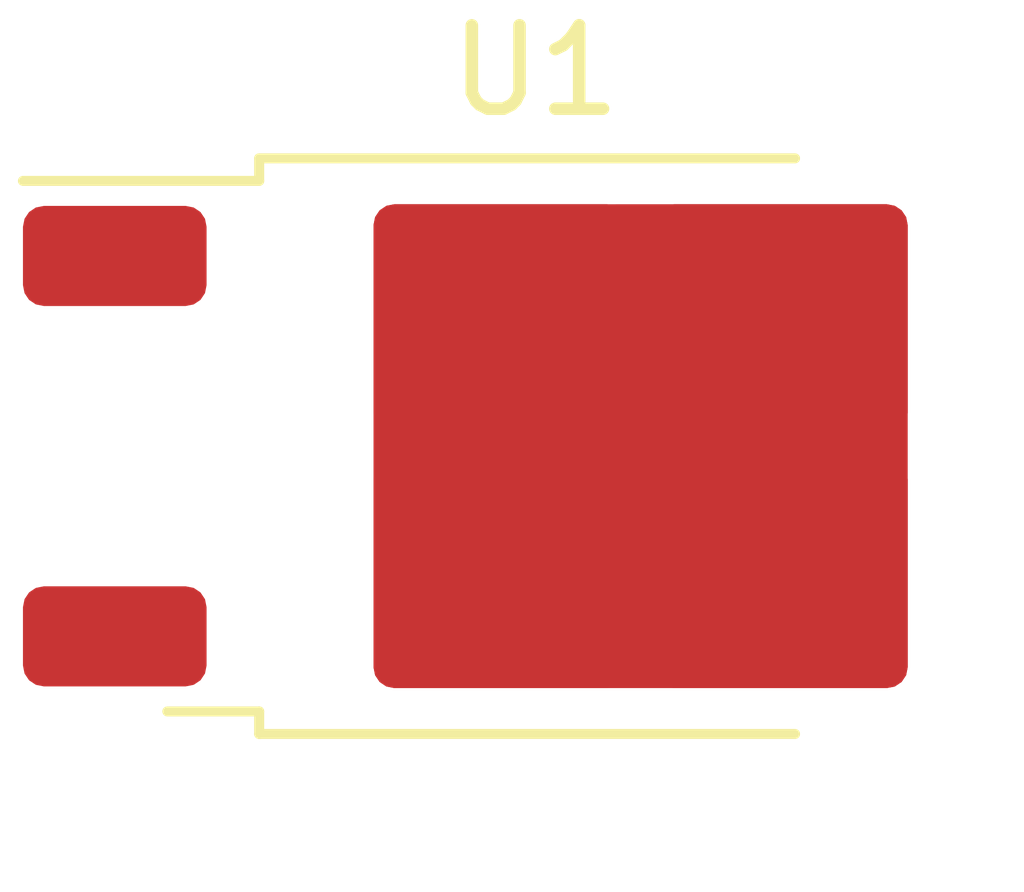
<source format=kicad_pcb>
(kicad_pcb (version 20221018) (generator pcbnew)
  (layers (0 "F.Cu" signal) (31 "B.Cu" signal) (34 "B.Paste" user) (35 "F.Paste" user) (36 "B.SilkS" user "B.Silkscreen") (37 "F.SilkS" user "F.Silkscreen") (38 "B.Mask" user) (39 "F.Mask" user) (44 "Edge.Cuts" user))
  (net 0 "")
  (footprint "Package_TO_SOT_SMD:TO-252-2" (layer "F.Cu") (at 121.525 91.185)
    (fp_text reference "U1" (at 0 -4.5) (layer "F.SilkS"))
    (fp_text value "LM317_TO-252")
    (fp_line (start -3.31 -3.45) (end -3.31 -3.18) (stroke (width 0.12)) (layer "F.SilkS"))
    (fp_line (start -3.31 -3.18) (end -6.14 -3.18) (stroke (width 0.12)) (layer "F.SilkS"))
    (fp_line (start -3.31 3.18) (end -4.41 3.18) (stroke (width 0.12)) (layer "F.SilkS"))
    (fp_line (start -3.31 3.45) (end -3.31 3.18) (stroke (width 0.12)) (layer "F.SilkS"))
    (fp_line (start 3.11 -3.45) (end -3.31 -3.45) (stroke (width 0.12)) (layer "F.SilkS"))
    (fp_line (start 3.11 3.45) (end -3.31 3.45) (stroke (width 0.12)) (layer "F.SilkS"))
    (pad "1" smd roundrect (at -5.04 -2.28) (size 2.2 1.2) (layers "F.Cu" "F.Paste" "F.Mask") (roundrect_rratio 0.208333))
    (pad "2" smd roundrect (at -0.415 -1.525) (size 3.05 2.75) (layers "F.Cu" "F.Paste") (roundrect_rratio 0.090909))
    (pad "2" smd roundrect (at -0.415 1.525) (size 3.05 2.75) (layers "F.Cu" "F.Paste") (roundrect_rratio 0.090909))
    (pad "2" smd roundrect (at 1.26 0) (size 6.4 5.8) (layers "F.Cu" "F.Mask") (roundrect_rratio 0.043103))
    (pad "2" smd roundrect (at 2.935 -1.525) (size 3.05 2.75) (layers "F.Cu" "F.Paste") (roundrect_rratio 0.090909))
    (pad "2" smd roundrect (at 2.935 1.525) (size 3.05 2.75) (layers "F.Cu" "F.Paste") (roundrect_rratio 0.090909))
    (pad "3" smd roundrect (at -5.04 2.28) (size 2.2 1.2) (layers "F.Cu" "F.Paste" "F.Mask") (roundrect_rratio 0.208333))
  )
)
</source>
